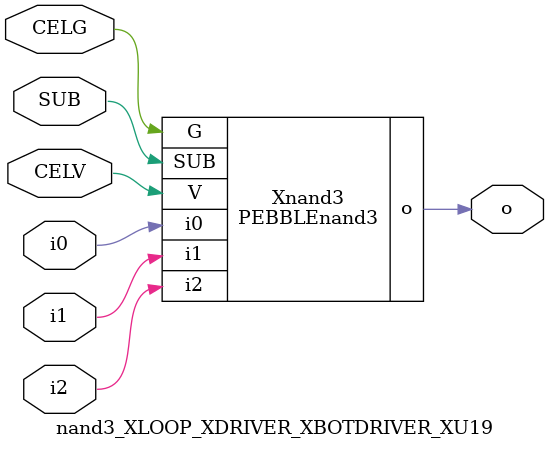
<source format=v>



module PEBBLEnand3 ( o, G, SUB, V, i0, i1, i2 );

  input i0;
  input V;
  input i2;
  input i1;
  input G;
  output o;
  input SUB;
endmodule

//Celera Confidential Do Not Copy nand3_XLOOP_XDRIVER_XBOTDRIVER_XU19
//Celera Confidential Symbol Generator
//5V Inverter
module nand3_XLOOP_XDRIVER_XBOTDRIVER_XU19 (CELV,CELG,i0,i1,i2,o,SUB);
input CELV;
input CELG;
input i0;
input i1;
input i2;
input SUB;
output o;

//Celera Confidential Do Not Copy nand3
PEBBLEnand3 Xnand3(
.V (CELV),
.i0 (i0),
.i1 (i1),
.i2 (i2),
.o (o),
.SUB (SUB),
.G (CELG)
);
//,diesize,PEBBLEnand3

//Celera Confidential Do Not Copy Module End
//Celera Schematic Generator
endmodule

</source>
